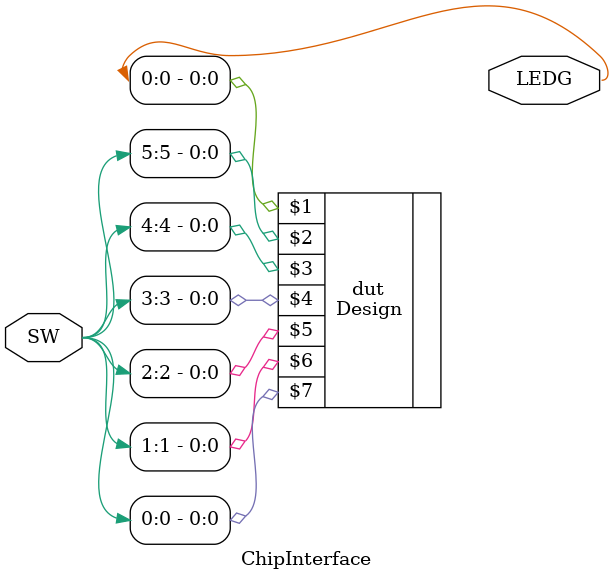
<source format=sv>
module ChipInterface
	(output logic [7:0] LEDG,
	  input logic [5:0] SW);

	Design dut(LEDG[0], SW[5], SW[4], SW[3], SW[2], SW[1], SW[0]);

endmodule: ChipInterface

</source>
